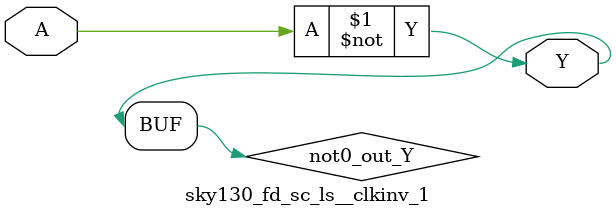
<source format=v>
/*
 * Copyright 2020 The SkyWater PDK Authors
 *
 * Licensed under the Apache License, Version 2.0 (the "License");
 * you may not use this file except in compliance with the License.
 * You may obtain a copy of the License at
 *
 *     https://www.apache.org/licenses/LICENSE-2.0
 *
 * Unless required by applicable law or agreed to in writing, software
 * distributed under the License is distributed on an "AS IS" BASIS,
 * WITHOUT WARRANTIES OR CONDITIONS OF ANY KIND, either express or implied.
 * See the License for the specific language governing permissions and
 * limitations under the License.
 *
 * SPDX-License-Identifier: Apache-2.0
*/


`ifndef SKY130_FD_SC_LS__CLKINV_1_FUNCTIONAL_V
`define SKY130_FD_SC_LS__CLKINV_1_FUNCTIONAL_V

/**
 * clkinv: Clock tree inverter.
 *
 * Verilog simulation functional model.
 */

`timescale 1ns / 1ps
`default_nettype none

`celldefine
module sky130_fd_sc_ls__clkinv_1 (
    Y,
    A
);

    // Module ports
    output Y;
    input  A;

    // Local signals
    wire not0_out_Y;

    //  Name  Output      Other arguments
    not not0 (not0_out_Y, A              );
    buf buf0 (Y         , not0_out_Y     );

endmodule
`endcelldefine

`default_nettype wire
`endif  // SKY130_FD_SC_LS__CLKINV_1_FUNCTIONAL_V

</source>
